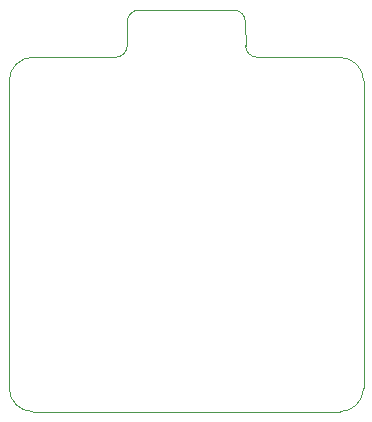
<source format=gm1>
G04 #@! TF.GenerationSoftware,KiCad,Pcbnew,8.0.7-8.0.7-0~ubuntu24.04.1*
G04 #@! TF.CreationDate,2025-01-27T17:00:14+01:00*
G04 #@! TF.ProjectId,KICad_Files,4b494361-645f-4466-996c-65732e6b6963,1*
G04 #@! TF.SameCoordinates,Original*
G04 #@! TF.FileFunction,Profile,NP*
%FSLAX46Y46*%
G04 Gerber Fmt 4.6, Leading zero omitted, Abs format (unit mm)*
G04 Created by KiCad (PCBNEW 8.0.7-8.0.7-0~ubuntu24.04.1) date 2025-01-27 17:00:14*
%MOMM*%
%LPD*%
G01*
G04 APERTURE LIST*
G04 #@! TA.AperFunction,Profile*
%ADD10C,0.050000*%
G04 #@! TD*
G04 APERTURE END LIST*
D10*
X121800000Y-112400000D02*
X121800001Y-86400001D01*
X112800001Y-84389948D02*
G75*
G02*
X111810052Y-83399999I-1J989948D01*
G01*
X93800002Y-114400000D02*
X119800000Y-114400000D01*
X91800001Y-86400001D02*
G75*
G02*
X93800001Y-84400001I1999999J1D01*
G01*
X93800002Y-114400000D02*
G75*
G02*
X91800000Y-112400000I-2J2000000D01*
G01*
X119800001Y-84400001D02*
X112800001Y-84389950D01*
X101800001Y-83400001D02*
G75*
G02*
X100800001Y-84400001I-1000001J1D01*
G01*
X110800001Y-80400001D02*
G75*
G02*
X111799999Y-81400001I-1J-999999D01*
G01*
X110800001Y-80400001D02*
X102800001Y-80400001D01*
X121800000Y-112400000D02*
G75*
G02*
X119800000Y-114400000I-2000000J0D01*
G01*
X100800001Y-84400001D02*
X93800001Y-84400001D01*
X101800001Y-81400001D02*
G75*
G02*
X102800001Y-80400001I999999J1D01*
G01*
X91800001Y-86400001D02*
X91800002Y-112400000D01*
X111810052Y-83400001D02*
X111800001Y-81400001D01*
X101800001Y-81400001D02*
X101800001Y-83400001D01*
X119800001Y-84400001D02*
G75*
G02*
X121799999Y-86400001I-1J-1999999D01*
G01*
M02*

</source>
